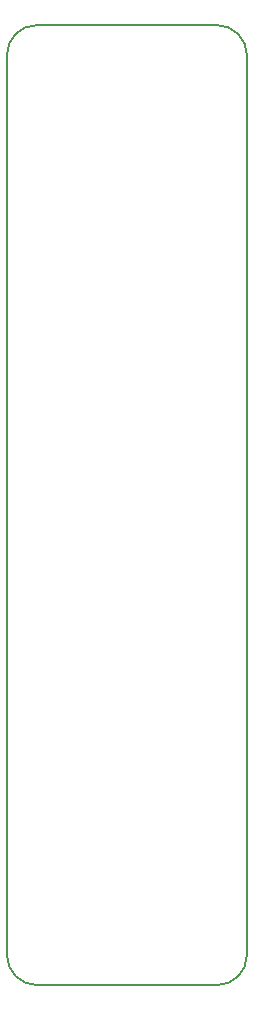
<source format=gbr>
G04 #@! TF.GenerationSoftware,KiCad,Pcbnew,(5.0.2)-1*
G04 #@! TF.CreationDate,2019-04-19T10:08:56-05:00*
G04 #@! TF.ProjectId,ArduinoNanoInterface_Hardware,41726475-696e-46f4-9e61-6e6f496e7465,rev?*
G04 #@! TF.SameCoordinates,Original*
G04 #@! TF.FileFunction,Profile,NP*
%FSLAX46Y46*%
G04 Gerber Fmt 4.6, Leading zero omitted, Abs format (unit mm)*
G04 Created by KiCad (PCBNEW (5.0.2)-1) date 4/19/2019 10:08:56 AM*
%MOMM*%
%LPD*%
G01*
G04 APERTURE LIST*
%ADD10C,0.150000*%
G04 APERTURE END LIST*
D10*
X104140000Y-137160000D02*
X104140000Y-60960000D01*
X86360000Y-139700000D02*
X101600000Y-139700000D01*
X83820000Y-60960000D02*
X83820000Y-137160000D01*
X101600000Y-58420000D02*
X86360000Y-58420000D01*
X101600000Y-58420000D02*
G75*
G02X104140000Y-60960000I0J-2540000D01*
G01*
X83820000Y-60960000D02*
G75*
G02X86360000Y-58420000I2540000J0D01*
G01*
X86360000Y-139700000D02*
G75*
G02X83820000Y-137160000I0J2540000D01*
G01*
X104140000Y-137160000D02*
G75*
G02X101600000Y-139700000I-2540000J0D01*
G01*
M02*

</source>
